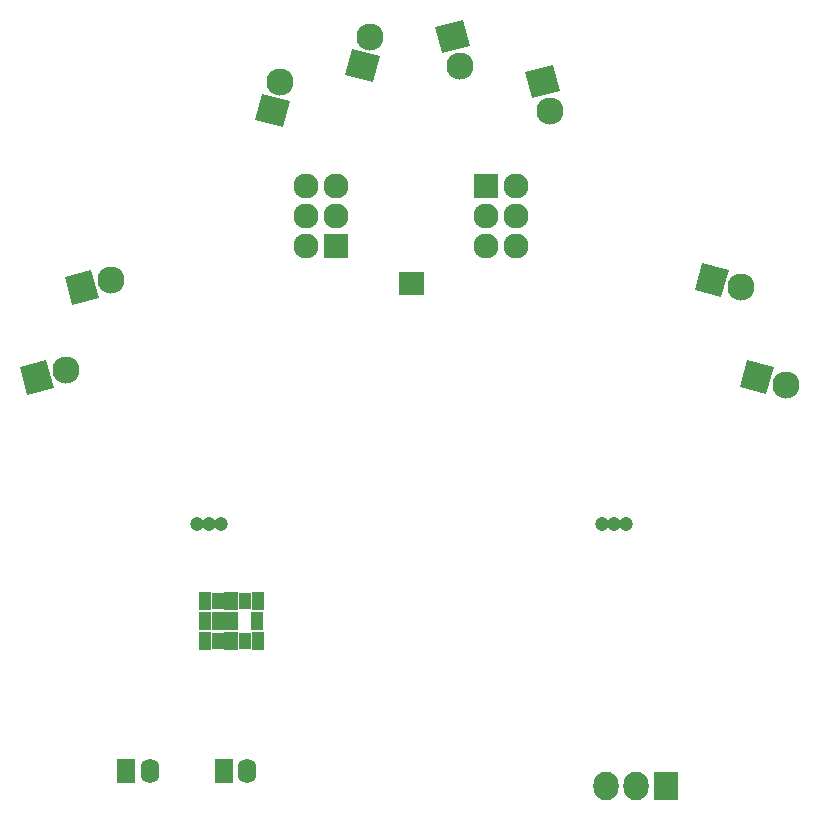
<source format=gbr>
G04 #@! TF.FileFunction,Soldermask,Bot*
%FSLAX46Y46*%
G04 Gerber Fmt 4.6, Leading zero omitted, Abs format (unit mm)*
G04 Created by KiCad (PCBNEW 4.0.1-stable) date 2016/09/09 15:29:28*
%MOMM*%
G01*
G04 APERTURE LIST*
%ADD10C,0.100000*%
%ADD11R,2.127200X2.127200*%
%ADD12O,2.127200X2.127200*%
%ADD13R,2.127200X2.432000*%
%ADD14O,2.127200X2.432000*%
%ADD15C,2.300000*%
%ADD16R,1.275000X1.200000*%
%ADD17C,1.200000*%
%ADD18R,1.600000X2.100000*%
%ADD19O,1.600000X2.100000*%
%ADD20R,1.200000X1.500000*%
%ADD21R,1.100000X1.500000*%
%ADD22R,1.100000X1.400000*%
%ADD23R,1.000000X1.500000*%
G04 APERTURE END LIST*
D10*
D11*
X136650000Y-74870000D03*
D12*
X134110000Y-74870000D03*
X136650000Y-72330000D03*
X134110000Y-72330000D03*
X136650000Y-69790000D03*
X134110000Y-69790000D03*
D11*
X149350000Y-69790000D03*
D12*
X151890000Y-69790000D03*
X149350000Y-72330000D03*
X151890000Y-72330000D03*
X149350000Y-74870000D03*
X151890000Y-74870000D03*
D13*
X164590000Y-120590000D03*
D14*
X162050000Y-120590000D03*
X159510000Y-120590000D03*
D10*
G36*
X169243506Y-79173053D02*
X167021876Y-78577769D01*
X167643042Y-76259547D01*
X169864672Y-76854831D01*
X169243506Y-79173053D01*
X169243506Y-79173053D01*
G37*
D15*
X170896726Y-78373700D03*
D10*
G36*
X173053506Y-87428053D02*
X170831876Y-86832769D01*
X171453042Y-84514547D01*
X173674672Y-85109831D01*
X173053506Y-87428053D01*
X173053506Y-87428053D01*
G37*
D15*
X174706726Y-86628700D03*
D10*
G36*
X145619831Y-58554672D02*
X145024547Y-56333042D01*
X147342769Y-55711876D01*
X147938053Y-57933506D01*
X145619831Y-58554672D01*
X145619831Y-58554672D01*
G37*
D15*
X147138700Y-59586726D03*
D10*
G36*
X153239831Y-62364672D02*
X152644547Y-60143042D01*
X154962769Y-59521876D01*
X155558053Y-61743506D01*
X153239831Y-62364672D01*
X153239831Y-62364672D01*
G37*
D15*
X154758700Y-63396726D03*
D10*
G36*
X140318053Y-58786494D02*
X139722769Y-61008124D01*
X137404547Y-60386958D01*
X137999831Y-58165328D01*
X140318053Y-58786494D01*
X140318053Y-58786494D01*
G37*
D15*
X139518700Y-57133274D03*
D10*
G36*
X116524672Y-79235169D02*
X114303042Y-79830453D01*
X113681876Y-77512231D01*
X115903506Y-76916947D01*
X116524672Y-79235169D01*
X116524672Y-79235169D01*
G37*
D15*
X117556726Y-77716300D03*
D10*
G36*
X112714672Y-86855169D02*
X110493042Y-87450453D01*
X109871876Y-85132231D01*
X112093506Y-84536947D01*
X112714672Y-86855169D01*
X112714672Y-86855169D01*
G37*
D15*
X113746726Y-85336300D03*
D10*
G36*
X132698053Y-62596494D02*
X132102769Y-64818124D01*
X129784547Y-64196958D01*
X130379831Y-61975328D01*
X132698053Y-62596494D01*
X132698053Y-62596494D01*
G37*
D15*
X131898700Y-60943274D03*
D16*
X143435000Y-78445000D03*
X143435000Y-77645000D03*
X142565000Y-78445000D03*
X142565000Y-77645000D03*
D17*
X160145000Y-98365000D03*
X161145000Y-98365000D03*
X159145000Y-98365000D03*
D18*
X118870000Y-119320000D03*
D19*
X120870000Y-119320000D03*
D18*
X127125000Y-119320000D03*
D19*
X129125000Y-119320000D03*
D17*
X125855000Y-98365000D03*
X126855000Y-98365000D03*
X124855000Y-98365000D03*
D20*
X127760000Y-106620000D03*
D21*
X130010000Y-108320000D03*
D22*
X128910000Y-108320000D03*
D20*
X127760000Y-108320000D03*
D22*
X126610000Y-108320000D03*
D21*
X125510000Y-108320000D03*
D23*
X125560000Y-106620000D03*
D21*
X125510000Y-104920000D03*
D22*
X126610000Y-104920000D03*
D20*
X127760000Y-104920000D03*
D22*
X128910000Y-104920000D03*
D21*
X130010000Y-104920000D03*
D23*
X129960000Y-106620000D03*
D21*
X126610000Y-106620000D03*
M02*

</source>
